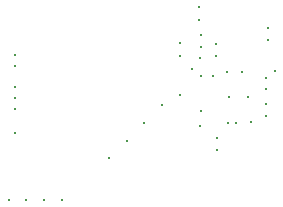
<source format=gbr>
%TF.GenerationSoftware,KiCad,Pcbnew,9.0.0*%
%TF.CreationDate,2025-07-16T00:49:41-07:00*%
%TF.ProjectId,microsd_express,6d696372-6f73-4645-9f65-787072657373,rev?*%
%TF.SameCoordinates,Original*%
%TF.FileFunction,Plated,1,2,PTH,Drill*%
%TF.FilePolarity,Positive*%
%FSLAX46Y46*%
G04 Gerber Fmt 4.6, Leading zero omitted, Abs format (unit mm)*
G04 Created by KiCad (PCBNEW 9.0.0) date 2025-07-16 00:49:41*
%MOMM*%
%LPD*%
G01*
G04 APERTURE LIST*
%TA.AperFunction,ViaDrill*%
%ADD10C,0.300000*%
%TD*%
G04 APERTURE END LIST*
D10*
X106000000Y-79050000D03*
X106550000Y-66760000D03*
X106550000Y-67670000D03*
X106550000Y-69490000D03*
X106550000Y-70400000D03*
X106550000Y-71310000D03*
X106550000Y-73370000D03*
X107500000Y-79050000D03*
X109000000Y-79050000D03*
X110500000Y-79050000D03*
X114500000Y-75500000D03*
X116000000Y-74000000D03*
X117500000Y-72500000D03*
X119000000Y-71000000D03*
X120549293Y-70110707D03*
X120550000Y-65710000D03*
X120550000Y-66810000D03*
X121494974Y-67944175D03*
X122108755Y-62676787D03*
X122118556Y-63750000D03*
X122200000Y-67000000D03*
X122250000Y-72750000D03*
X122254803Y-65083005D03*
X122254803Y-66103005D03*
X122323996Y-68519600D03*
X122333808Y-71487046D03*
X123283996Y-68519600D03*
X123540396Y-66851272D03*
X123544304Y-65839034D03*
X123633339Y-74777966D03*
X123637369Y-73774427D03*
X124500000Y-68174768D03*
X124574997Y-72500000D03*
X124700000Y-70287680D03*
X125250000Y-72500000D03*
X125750122Y-68145335D03*
X126300000Y-70287680D03*
X126495371Y-72407435D03*
X127763877Y-68670167D03*
X127763877Y-69630167D03*
X127778443Y-70922981D03*
X127778443Y-71882981D03*
X127972330Y-64455846D03*
X127972330Y-65475846D03*
X128541220Y-68069006D03*
M02*

</source>
